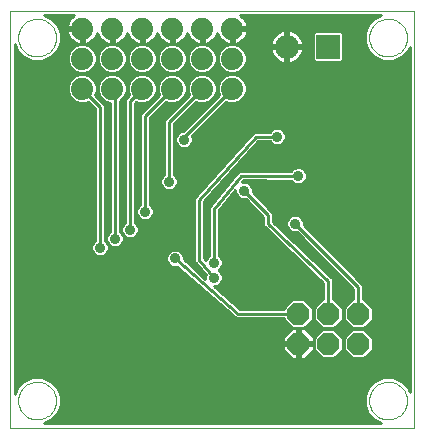
<source format=gbl>
G75*
G70*
%OFA0B0*%
%FSLAX24Y24*%
%IPPOS*%
%LPD*%
%AMOC8*
5,1,8,0,0,1.08239X$1,22.5*
%
%ADD10C,0.0000*%
%ADD11R,0.0800X0.0800*%
%ADD12C,0.0800*%
%ADD13OC8,0.0740*%
%ADD14C,0.0740*%
%ADD15C,0.0100*%
%ADD16C,0.0356*%
D10*
X000567Y000150D02*
X000567Y014046D01*
X014037Y014046D01*
X014037Y000150D01*
X000567Y000150D01*
X000837Y001050D02*
X000839Y001100D01*
X000845Y001150D01*
X000855Y001199D01*
X000869Y001247D01*
X000886Y001294D01*
X000907Y001339D01*
X000932Y001383D01*
X000960Y001424D01*
X000992Y001463D01*
X001026Y001500D01*
X001063Y001534D01*
X001103Y001564D01*
X001145Y001591D01*
X001189Y001615D01*
X001235Y001636D01*
X001282Y001652D01*
X001330Y001665D01*
X001380Y001674D01*
X001429Y001679D01*
X001480Y001680D01*
X001530Y001677D01*
X001579Y001670D01*
X001628Y001659D01*
X001676Y001644D01*
X001722Y001626D01*
X001767Y001604D01*
X001810Y001578D01*
X001851Y001549D01*
X001890Y001517D01*
X001926Y001482D01*
X001958Y001444D01*
X001988Y001404D01*
X002015Y001361D01*
X002038Y001317D01*
X002057Y001271D01*
X002073Y001223D01*
X002085Y001174D01*
X002093Y001125D01*
X002097Y001075D01*
X002097Y001025D01*
X002093Y000975D01*
X002085Y000926D01*
X002073Y000877D01*
X002057Y000829D01*
X002038Y000783D01*
X002015Y000739D01*
X001988Y000696D01*
X001958Y000656D01*
X001926Y000618D01*
X001890Y000583D01*
X001851Y000551D01*
X001810Y000522D01*
X001767Y000496D01*
X001722Y000474D01*
X001676Y000456D01*
X001628Y000441D01*
X001579Y000430D01*
X001530Y000423D01*
X001480Y000420D01*
X001429Y000421D01*
X001380Y000426D01*
X001330Y000435D01*
X001282Y000448D01*
X001235Y000464D01*
X001189Y000485D01*
X001145Y000509D01*
X001103Y000536D01*
X001063Y000566D01*
X001026Y000600D01*
X000992Y000637D01*
X000960Y000676D01*
X000932Y000717D01*
X000907Y000761D01*
X000886Y000806D01*
X000869Y000853D01*
X000855Y000901D01*
X000845Y000950D01*
X000839Y001000D01*
X000837Y001050D01*
X000837Y013150D02*
X000839Y013200D01*
X000845Y013250D01*
X000855Y013299D01*
X000869Y013347D01*
X000886Y013394D01*
X000907Y013439D01*
X000932Y013483D01*
X000960Y013524D01*
X000992Y013563D01*
X001026Y013600D01*
X001063Y013634D01*
X001103Y013664D01*
X001145Y013691D01*
X001189Y013715D01*
X001235Y013736D01*
X001282Y013752D01*
X001330Y013765D01*
X001380Y013774D01*
X001429Y013779D01*
X001480Y013780D01*
X001530Y013777D01*
X001579Y013770D01*
X001628Y013759D01*
X001676Y013744D01*
X001722Y013726D01*
X001767Y013704D01*
X001810Y013678D01*
X001851Y013649D01*
X001890Y013617D01*
X001926Y013582D01*
X001958Y013544D01*
X001988Y013504D01*
X002015Y013461D01*
X002038Y013417D01*
X002057Y013371D01*
X002073Y013323D01*
X002085Y013274D01*
X002093Y013225D01*
X002097Y013175D01*
X002097Y013125D01*
X002093Y013075D01*
X002085Y013026D01*
X002073Y012977D01*
X002057Y012929D01*
X002038Y012883D01*
X002015Y012839D01*
X001988Y012796D01*
X001958Y012756D01*
X001926Y012718D01*
X001890Y012683D01*
X001851Y012651D01*
X001810Y012622D01*
X001767Y012596D01*
X001722Y012574D01*
X001676Y012556D01*
X001628Y012541D01*
X001579Y012530D01*
X001530Y012523D01*
X001480Y012520D01*
X001429Y012521D01*
X001380Y012526D01*
X001330Y012535D01*
X001282Y012548D01*
X001235Y012564D01*
X001189Y012585D01*
X001145Y012609D01*
X001103Y012636D01*
X001063Y012666D01*
X001026Y012700D01*
X000992Y012737D01*
X000960Y012776D01*
X000932Y012817D01*
X000907Y012861D01*
X000886Y012906D01*
X000869Y012953D01*
X000855Y013001D01*
X000845Y013050D01*
X000839Y013100D01*
X000837Y013150D01*
X012537Y013150D02*
X012539Y013200D01*
X012545Y013250D01*
X012555Y013299D01*
X012569Y013347D01*
X012586Y013394D01*
X012607Y013439D01*
X012632Y013483D01*
X012660Y013524D01*
X012692Y013563D01*
X012726Y013600D01*
X012763Y013634D01*
X012803Y013664D01*
X012845Y013691D01*
X012889Y013715D01*
X012935Y013736D01*
X012982Y013752D01*
X013030Y013765D01*
X013080Y013774D01*
X013129Y013779D01*
X013180Y013780D01*
X013230Y013777D01*
X013279Y013770D01*
X013328Y013759D01*
X013376Y013744D01*
X013422Y013726D01*
X013467Y013704D01*
X013510Y013678D01*
X013551Y013649D01*
X013590Y013617D01*
X013626Y013582D01*
X013658Y013544D01*
X013688Y013504D01*
X013715Y013461D01*
X013738Y013417D01*
X013757Y013371D01*
X013773Y013323D01*
X013785Y013274D01*
X013793Y013225D01*
X013797Y013175D01*
X013797Y013125D01*
X013793Y013075D01*
X013785Y013026D01*
X013773Y012977D01*
X013757Y012929D01*
X013738Y012883D01*
X013715Y012839D01*
X013688Y012796D01*
X013658Y012756D01*
X013626Y012718D01*
X013590Y012683D01*
X013551Y012651D01*
X013510Y012622D01*
X013467Y012596D01*
X013422Y012574D01*
X013376Y012556D01*
X013328Y012541D01*
X013279Y012530D01*
X013230Y012523D01*
X013180Y012520D01*
X013129Y012521D01*
X013080Y012526D01*
X013030Y012535D01*
X012982Y012548D01*
X012935Y012564D01*
X012889Y012585D01*
X012845Y012609D01*
X012803Y012636D01*
X012763Y012666D01*
X012726Y012700D01*
X012692Y012737D01*
X012660Y012776D01*
X012632Y012817D01*
X012607Y012861D01*
X012586Y012906D01*
X012569Y012953D01*
X012555Y013001D01*
X012545Y013050D01*
X012539Y013100D01*
X012537Y013150D01*
X012537Y001050D02*
X012539Y001100D01*
X012545Y001150D01*
X012555Y001199D01*
X012569Y001247D01*
X012586Y001294D01*
X012607Y001339D01*
X012632Y001383D01*
X012660Y001424D01*
X012692Y001463D01*
X012726Y001500D01*
X012763Y001534D01*
X012803Y001564D01*
X012845Y001591D01*
X012889Y001615D01*
X012935Y001636D01*
X012982Y001652D01*
X013030Y001665D01*
X013080Y001674D01*
X013129Y001679D01*
X013180Y001680D01*
X013230Y001677D01*
X013279Y001670D01*
X013328Y001659D01*
X013376Y001644D01*
X013422Y001626D01*
X013467Y001604D01*
X013510Y001578D01*
X013551Y001549D01*
X013590Y001517D01*
X013626Y001482D01*
X013658Y001444D01*
X013688Y001404D01*
X013715Y001361D01*
X013738Y001317D01*
X013757Y001271D01*
X013773Y001223D01*
X013785Y001174D01*
X013793Y001125D01*
X013797Y001075D01*
X013797Y001025D01*
X013793Y000975D01*
X013785Y000926D01*
X013773Y000877D01*
X013757Y000829D01*
X013738Y000783D01*
X013715Y000739D01*
X013688Y000696D01*
X013658Y000656D01*
X013626Y000618D01*
X013590Y000583D01*
X013551Y000551D01*
X013510Y000522D01*
X013467Y000496D01*
X013422Y000474D01*
X013376Y000456D01*
X013328Y000441D01*
X013279Y000430D01*
X013230Y000423D01*
X013180Y000420D01*
X013129Y000421D01*
X013080Y000426D01*
X013030Y000435D01*
X012982Y000448D01*
X012935Y000464D01*
X012889Y000485D01*
X012845Y000509D01*
X012803Y000536D01*
X012763Y000566D01*
X012726Y000600D01*
X012692Y000637D01*
X012660Y000676D01*
X012632Y000717D01*
X012607Y000761D01*
X012586Y000806D01*
X012569Y000853D01*
X012555Y000901D01*
X012545Y000950D01*
X012539Y001000D01*
X012537Y001050D01*
D11*
X011167Y012850D03*
D12*
X009789Y012850D03*
D13*
X010167Y003950D03*
X011167Y003950D03*
X012167Y003950D03*
X012167Y002950D03*
X011167Y002950D03*
X010167Y002950D03*
D14*
X007967Y011450D03*
X007967Y012450D03*
X007967Y013450D03*
X006967Y013450D03*
X006967Y012450D03*
X006967Y011450D03*
X005967Y011450D03*
X005967Y012450D03*
X005967Y013450D03*
X004967Y013450D03*
X004967Y012450D03*
X004967Y011450D03*
X003967Y011450D03*
X003967Y012450D03*
X003967Y013450D03*
X002967Y013450D03*
X002967Y012450D03*
X002967Y011450D03*
D15*
X003567Y010850D01*
X003567Y006150D01*
X003834Y006257D02*
X003852Y006257D01*
X003822Y006287D02*
X003903Y006206D01*
X004009Y006162D01*
X004124Y006162D01*
X004230Y006206D01*
X004311Y006287D01*
X004355Y006393D01*
X004355Y006507D01*
X004311Y006613D01*
X004230Y006694D01*
X004227Y006696D01*
X004227Y011038D01*
X004239Y011043D01*
X004374Y011178D01*
X004447Y011355D01*
X004447Y011545D01*
X004374Y011722D01*
X004239Y011857D01*
X004062Y011930D01*
X003871Y011930D01*
X003695Y011857D01*
X003560Y011722D01*
X003487Y011545D01*
X003487Y011355D01*
X003560Y011178D01*
X003695Y011043D01*
X003871Y010970D01*
X003907Y010970D01*
X003907Y006696D01*
X003903Y006694D01*
X003822Y006613D01*
X003779Y006507D01*
X003779Y006393D01*
X003822Y006287D01*
X003811Y006313D02*
X003730Y006394D01*
X003727Y006396D01*
X003727Y010916D01*
X003633Y011010D01*
X003400Y011243D01*
X003447Y011355D01*
X003447Y011545D01*
X003374Y011722D01*
X003239Y011857D01*
X003062Y011930D01*
X002871Y011930D01*
X002695Y011857D01*
X002560Y011722D01*
X002487Y011545D01*
X002487Y011355D01*
X002560Y011178D01*
X002695Y011043D01*
X002871Y010970D01*
X003062Y010970D01*
X003174Y011016D01*
X003407Y010784D01*
X003407Y006396D01*
X003403Y006394D01*
X003322Y006313D01*
X003279Y006207D01*
X003279Y006093D01*
X003322Y005987D01*
X003403Y005906D01*
X003509Y005862D01*
X003624Y005862D01*
X003730Y005906D01*
X003811Y005987D01*
X003855Y006093D01*
X003855Y006207D01*
X003811Y006313D01*
X003794Y006356D02*
X003769Y006356D01*
X003779Y006454D02*
X003727Y006454D01*
X003727Y006553D02*
X003797Y006553D01*
X003860Y006651D02*
X003727Y006651D01*
X003727Y006750D02*
X003907Y006750D01*
X003907Y006848D02*
X003727Y006848D01*
X003727Y006947D02*
X003907Y006947D01*
X003907Y007045D02*
X003727Y007045D01*
X003727Y007144D02*
X003907Y007144D01*
X003907Y007242D02*
X003727Y007242D01*
X003727Y007341D02*
X003907Y007341D01*
X003907Y007439D02*
X003727Y007439D01*
X003727Y007538D02*
X003907Y007538D01*
X003907Y007636D02*
X003727Y007636D01*
X003727Y007735D02*
X003907Y007735D01*
X003907Y007833D02*
X003727Y007833D01*
X003727Y007932D02*
X003907Y007932D01*
X003907Y008030D02*
X003727Y008030D01*
X003727Y008129D02*
X003907Y008129D01*
X003907Y008227D02*
X003727Y008227D01*
X003727Y008326D02*
X003907Y008326D01*
X003907Y008424D02*
X003727Y008424D01*
X003727Y008523D02*
X003907Y008523D01*
X003907Y008621D02*
X003727Y008621D01*
X003727Y008720D02*
X003907Y008720D01*
X003907Y008818D02*
X003727Y008818D01*
X003727Y008917D02*
X003907Y008917D01*
X003907Y009015D02*
X003727Y009015D01*
X003727Y009114D02*
X003907Y009114D01*
X003907Y009212D02*
X003727Y009212D01*
X003727Y009311D02*
X003907Y009311D01*
X003907Y009409D02*
X003727Y009409D01*
X003727Y009508D02*
X003907Y009508D01*
X003907Y009606D02*
X003727Y009606D01*
X003727Y009705D02*
X003907Y009705D01*
X003907Y009803D02*
X003727Y009803D01*
X003727Y009902D02*
X003907Y009902D01*
X003907Y010000D02*
X003727Y010000D01*
X003727Y010099D02*
X003907Y010099D01*
X003907Y010197D02*
X003727Y010197D01*
X003727Y010296D02*
X003907Y010296D01*
X003907Y010394D02*
X003727Y010394D01*
X003727Y010493D02*
X003907Y010493D01*
X003907Y010591D02*
X003727Y010591D01*
X003727Y010690D02*
X003907Y010690D01*
X003907Y010788D02*
X003727Y010788D01*
X003727Y010887D02*
X003907Y010887D01*
X003835Y010985D02*
X003658Y010985D01*
X003654Y011084D02*
X003559Y011084D01*
X003558Y011182D02*
X003461Y011182D01*
X003416Y011281D02*
X003517Y011281D01*
X003487Y011379D02*
X003447Y011379D01*
X003447Y011478D02*
X003487Y011478D01*
X003499Y011576D02*
X003434Y011576D01*
X003393Y011675D02*
X003540Y011675D01*
X003611Y011773D02*
X003322Y011773D01*
X003203Y011872D02*
X003730Y011872D01*
X003871Y011970D02*
X003062Y011970D01*
X003239Y012043D01*
X003374Y012178D01*
X003447Y012355D01*
X003447Y012545D01*
X003374Y012722D01*
X003239Y012857D01*
X003062Y012930D01*
X002871Y012930D01*
X002695Y012857D01*
X002560Y012722D01*
X002487Y012545D01*
X002487Y012355D01*
X002560Y012178D01*
X002695Y012043D01*
X002871Y011970D01*
X000717Y011970D01*
X000717Y011872D02*
X002730Y011872D01*
X002611Y011773D02*
X000717Y011773D01*
X000717Y011675D02*
X002540Y011675D01*
X002499Y011576D02*
X000717Y011576D01*
X000717Y011478D02*
X002487Y011478D01*
X002487Y011379D02*
X000717Y011379D01*
X000717Y011281D02*
X002517Y011281D01*
X002558Y011182D02*
X000717Y011182D01*
X000717Y011084D02*
X002654Y011084D01*
X002835Y010985D02*
X000717Y010985D01*
X000717Y010887D02*
X003304Y010887D01*
X003205Y010985D02*
X003098Y010985D01*
X003402Y010788D02*
X000717Y010788D01*
X000717Y010690D02*
X003407Y010690D01*
X003407Y010591D02*
X000717Y010591D01*
X000717Y010493D02*
X003407Y010493D01*
X003407Y010394D02*
X000717Y010394D01*
X000717Y010296D02*
X003407Y010296D01*
X003407Y010197D02*
X000717Y010197D01*
X000717Y010099D02*
X003407Y010099D01*
X003407Y010000D02*
X000717Y010000D01*
X000717Y009902D02*
X003407Y009902D01*
X003407Y009803D02*
X000717Y009803D01*
X000717Y009705D02*
X003407Y009705D01*
X003407Y009606D02*
X000717Y009606D01*
X000717Y009508D02*
X003407Y009508D01*
X003407Y009409D02*
X000717Y009409D01*
X000717Y009311D02*
X003407Y009311D01*
X003407Y009212D02*
X000717Y009212D01*
X000717Y009114D02*
X003407Y009114D01*
X003407Y009015D02*
X000717Y009015D01*
X000717Y008917D02*
X003407Y008917D01*
X003407Y008818D02*
X000717Y008818D01*
X000717Y008720D02*
X003407Y008720D01*
X003407Y008621D02*
X000717Y008621D01*
X000717Y008523D02*
X003407Y008523D01*
X003407Y008424D02*
X000717Y008424D01*
X000717Y008326D02*
X003407Y008326D01*
X003407Y008227D02*
X000717Y008227D01*
X000717Y008129D02*
X003407Y008129D01*
X003407Y008030D02*
X000717Y008030D01*
X000717Y007932D02*
X003407Y007932D01*
X003407Y007833D02*
X000717Y007833D01*
X000717Y007735D02*
X003407Y007735D01*
X003407Y007636D02*
X000717Y007636D01*
X000717Y007538D02*
X003407Y007538D01*
X003407Y007439D02*
X000717Y007439D01*
X000717Y007341D02*
X003407Y007341D01*
X003407Y007242D02*
X000717Y007242D01*
X000717Y007144D02*
X003407Y007144D01*
X003407Y007045D02*
X000717Y007045D01*
X000717Y006947D02*
X003407Y006947D01*
X003407Y006848D02*
X000717Y006848D01*
X000717Y006750D02*
X003407Y006750D01*
X003407Y006651D02*
X000717Y006651D01*
X000717Y006553D02*
X003407Y006553D01*
X003407Y006454D02*
X000717Y006454D01*
X000717Y006356D02*
X003365Y006356D01*
X003299Y006257D02*
X000717Y006257D01*
X000717Y006159D02*
X003279Y006159D01*
X003292Y006060D02*
X000717Y006060D01*
X000717Y005962D02*
X003348Y005962D01*
X003507Y005863D02*
X000717Y005863D01*
X000717Y005765D02*
X005779Y005765D01*
X005779Y005735D02*
X005822Y005629D01*
X005903Y005548D01*
X006009Y005504D01*
X006124Y005504D01*
X006143Y005512D01*
X008057Y003833D01*
X008100Y003790D01*
X008106Y003790D01*
X008111Y003786D01*
X008172Y003790D01*
X009687Y003790D01*
X009687Y003751D01*
X009968Y003470D01*
X010365Y003470D01*
X010647Y003751D01*
X010647Y004149D01*
X010365Y004430D01*
X009968Y004430D01*
X009687Y004149D01*
X009687Y004110D01*
X008227Y004110D01*
X007370Y004862D01*
X007424Y004862D01*
X007530Y004906D01*
X007611Y004987D01*
X007655Y005093D01*
X007655Y005207D01*
X007611Y005313D01*
X007530Y005394D01*
X007516Y005400D01*
X007530Y005406D01*
X007611Y005487D01*
X007655Y005593D01*
X007655Y005707D01*
X007611Y005813D01*
X007530Y005894D01*
X007527Y005896D01*
X007527Y007393D01*
X008079Y008067D01*
X008079Y007993D01*
X008122Y007887D01*
X008203Y007806D01*
X008309Y007762D01*
X008424Y007762D01*
X008427Y007763D01*
X009007Y007184D01*
X009007Y007014D01*
X009005Y007012D01*
X009007Y006948D01*
X009007Y006884D01*
X009008Y006882D01*
X009008Y006880D01*
X009055Y006835D01*
X009100Y006790D01*
X009103Y006790D01*
X011007Y004981D01*
X011007Y004430D01*
X010968Y004430D01*
X010687Y004149D01*
X010687Y003751D01*
X010968Y003470D01*
X011365Y003470D01*
X011647Y003751D01*
X011647Y004149D01*
X011365Y004430D01*
X011327Y004430D01*
X011327Y004986D01*
X011328Y004988D01*
X011327Y005052D01*
X011327Y005116D01*
X011325Y005118D01*
X011325Y005120D01*
X011278Y005165D01*
X011233Y005210D01*
X011231Y005210D01*
X009327Y007019D01*
X009327Y007316D01*
X009233Y007410D01*
X008653Y007989D01*
X008655Y007993D01*
X008655Y008107D01*
X008611Y008213D01*
X008530Y008294D01*
X008424Y008338D01*
X008309Y008338D01*
X008295Y008332D01*
X008342Y008390D01*
X009921Y008383D01*
X009922Y008379D01*
X010003Y008298D01*
X010109Y008254D01*
X010224Y008254D01*
X010330Y008298D01*
X010411Y008379D01*
X010455Y008484D01*
X010455Y008599D01*
X010411Y008705D01*
X010330Y008786D01*
X010224Y008830D01*
X010109Y008830D01*
X010003Y008786D01*
X009922Y008705D01*
X009922Y008703D01*
X008324Y008710D01*
X008317Y008716D01*
X008259Y008710D01*
X008201Y008710D01*
X008194Y008704D01*
X008185Y008703D01*
X008148Y008658D01*
X008107Y008617D01*
X008107Y008607D01*
X007248Y007557D01*
X007207Y007516D01*
X007207Y007507D01*
X007201Y007500D01*
X007207Y007442D01*
X007207Y005896D01*
X007203Y005894D01*
X007122Y005813D01*
X007089Y005733D01*
X007027Y005808D01*
X007027Y007688D01*
X008838Y009690D01*
X009221Y009690D01*
X009222Y009687D01*
X009303Y009606D01*
X008762Y009606D01*
X008673Y009508D02*
X013887Y009508D01*
X013887Y009606D02*
X009630Y009606D01*
X009711Y009687D01*
X009755Y009793D01*
X009755Y009907D01*
X009711Y010013D01*
X009630Y010094D01*
X009524Y010138D01*
X009409Y010138D01*
X009303Y010094D01*
X009222Y010013D01*
X009221Y010010D01*
X008828Y010010D01*
X008825Y010013D01*
X008763Y010010D01*
X008700Y010010D01*
X008697Y010007D01*
X008692Y010006D01*
X008651Y009960D01*
X008607Y009916D01*
X008607Y009912D01*
X006751Y007860D01*
X006707Y007816D01*
X006707Y007812D01*
X006704Y007808D01*
X006707Y007746D01*
X006707Y005757D01*
X006701Y005698D01*
X006707Y005692D01*
X006707Y005684D01*
X006748Y005642D01*
X007089Y005233D01*
X007079Y005207D01*
X007079Y005118D01*
X006355Y005753D01*
X006355Y005850D01*
X006311Y005956D01*
X006230Y006037D01*
X006124Y006081D01*
X006009Y006081D01*
X005903Y006037D01*
X005822Y005956D01*
X005779Y005850D01*
X005779Y005735D01*
X005807Y005666D02*
X000717Y005666D01*
X000717Y005568D02*
X005884Y005568D01*
X006067Y005793D02*
X008167Y003950D01*
X010167Y003950D01*
X010508Y004287D02*
X010825Y004287D01*
X010923Y004386D02*
X010410Y004386D01*
X010607Y004189D02*
X010726Y004189D01*
X010687Y004090D02*
X010647Y004090D01*
X010647Y003992D02*
X010687Y003992D01*
X010687Y003893D02*
X010647Y003893D01*
X010647Y003795D02*
X010687Y003795D01*
X010742Y003696D02*
X010591Y003696D01*
X010493Y003598D02*
X010840Y003598D01*
X010939Y003499D02*
X010394Y003499D01*
X010382Y003470D02*
X010217Y003470D01*
X010217Y003000D01*
X010687Y003000D01*
X010687Y003165D01*
X010382Y003470D01*
X010452Y003401D02*
X010938Y003401D01*
X010968Y003430D02*
X010687Y003149D01*
X010687Y002751D01*
X010968Y002470D01*
X011365Y002470D01*
X011647Y002751D01*
X011647Y003149D01*
X011365Y003430D01*
X010968Y003430D01*
X010840Y003302D02*
X010550Y003302D01*
X010649Y003204D02*
X010741Y003204D01*
X010687Y003105D02*
X010687Y003105D01*
X010687Y003007D02*
X010687Y003007D01*
X010687Y002908D02*
X010217Y002908D01*
X010217Y002900D02*
X010217Y003000D01*
X010117Y003000D01*
X010117Y003470D01*
X009951Y003470D01*
X009647Y003165D01*
X009647Y003000D01*
X010117Y003000D01*
X010117Y002900D01*
X010217Y002900D01*
X010687Y002900D01*
X010687Y002735D01*
X010382Y002430D01*
X010217Y002430D01*
X010217Y002900D01*
X010217Y002810D02*
X010117Y002810D01*
X010117Y002900D02*
X010117Y002430D01*
X009951Y002430D01*
X009647Y002735D01*
X009647Y002900D01*
X010117Y002900D01*
X010117Y002908D02*
X000717Y002908D01*
X000717Y002810D02*
X009647Y002810D01*
X009670Y002711D02*
X000717Y002711D01*
X000717Y002613D02*
X009769Y002613D01*
X009867Y002514D02*
X000717Y002514D01*
X000717Y002416D02*
X013887Y002416D01*
X013887Y002514D02*
X012409Y002514D01*
X012365Y002470D02*
X012647Y002751D01*
X012647Y003149D01*
X012365Y003430D01*
X011968Y003430D01*
X011687Y003149D01*
X011687Y002751D01*
X011968Y002470D01*
X012365Y002470D01*
X012508Y002613D02*
X013887Y002613D01*
X013887Y002711D02*
X012606Y002711D01*
X012647Y002810D02*
X013887Y002810D01*
X013887Y002908D02*
X012647Y002908D01*
X012647Y003007D02*
X013887Y003007D01*
X013887Y003105D02*
X012647Y003105D01*
X012592Y003204D02*
X013887Y003204D01*
X013887Y003302D02*
X012493Y003302D01*
X012395Y003401D02*
X013887Y003401D01*
X013887Y003499D02*
X012394Y003499D01*
X012365Y003470D02*
X012647Y003751D01*
X012647Y004149D01*
X012365Y004430D01*
X012327Y004430D01*
X012327Y004916D01*
X010353Y006889D01*
X010355Y006893D01*
X010355Y007007D01*
X010311Y007113D01*
X010230Y007194D01*
X010124Y007238D01*
X010009Y007238D01*
X009903Y007194D01*
X009822Y007113D01*
X009779Y007007D01*
X009779Y006893D01*
X009822Y006787D01*
X009903Y006706D01*
X010009Y006662D01*
X010124Y006662D01*
X010127Y006663D01*
X012007Y004784D01*
X012007Y004430D01*
X011968Y004430D01*
X011687Y004149D01*
X011687Y003751D01*
X011968Y003470D01*
X012365Y003470D01*
X012493Y003598D02*
X013887Y003598D01*
X013887Y003696D02*
X012591Y003696D01*
X012647Y003795D02*
X013887Y003795D01*
X013887Y003893D02*
X012647Y003893D01*
X012647Y003992D02*
X013887Y003992D01*
X013887Y004090D02*
X012647Y004090D01*
X012607Y004189D02*
X013887Y004189D01*
X013887Y004287D02*
X012508Y004287D01*
X012410Y004386D02*
X013887Y004386D01*
X013887Y004484D02*
X012327Y004484D01*
X012327Y004583D02*
X013887Y004583D01*
X013887Y004681D02*
X012327Y004681D01*
X012327Y004780D02*
X013887Y004780D01*
X013887Y004878D02*
X012327Y004878D01*
X012266Y004977D02*
X013887Y004977D01*
X013887Y005075D02*
X012168Y005075D01*
X012069Y005174D02*
X013887Y005174D01*
X013887Y005272D02*
X011971Y005272D01*
X011872Y005371D02*
X013887Y005371D01*
X013887Y005469D02*
X011774Y005469D01*
X011675Y005568D02*
X013887Y005568D01*
X013887Y005666D02*
X011577Y005666D01*
X011478Y005765D02*
X013887Y005765D01*
X013887Y005863D02*
X011380Y005863D01*
X011281Y005962D02*
X013887Y005962D01*
X013887Y006060D02*
X011183Y006060D01*
X011084Y006159D02*
X013887Y006159D01*
X013887Y006257D02*
X010986Y006257D01*
X010887Y006356D02*
X013887Y006356D01*
X013887Y006454D02*
X010789Y006454D01*
X010690Y006553D02*
X013887Y006553D01*
X013887Y006651D02*
X010592Y006651D01*
X010493Y006750D02*
X013887Y006750D01*
X013887Y006848D02*
X010395Y006848D01*
X010355Y006947D02*
X013887Y006947D01*
X013887Y007045D02*
X010339Y007045D01*
X010281Y007144D02*
X013887Y007144D01*
X013887Y007242D02*
X009327Y007242D01*
X009327Y007144D02*
X009853Y007144D01*
X009794Y007045D02*
X009327Y007045D01*
X009403Y006947D02*
X009779Y006947D01*
X009797Y006848D02*
X009506Y006848D01*
X009610Y006750D02*
X009860Y006750D01*
X009714Y006651D02*
X010139Y006651D01*
X010238Y006553D02*
X009817Y006553D01*
X009921Y006454D02*
X010336Y006454D01*
X010435Y006356D02*
X010025Y006356D01*
X010128Y006257D02*
X010533Y006257D01*
X010632Y006159D02*
X010232Y006159D01*
X010336Y006060D02*
X010730Y006060D01*
X010829Y005962D02*
X010439Y005962D01*
X010543Y005863D02*
X010927Y005863D01*
X011026Y005765D02*
X010647Y005765D01*
X010751Y005666D02*
X011124Y005666D01*
X011223Y005568D02*
X010854Y005568D01*
X010958Y005469D02*
X011321Y005469D01*
X011420Y005371D02*
X011062Y005371D01*
X011165Y005272D02*
X011518Y005272D01*
X011617Y005174D02*
X011269Y005174D01*
X011327Y005075D02*
X011715Y005075D01*
X011814Y004977D02*
X011327Y004977D01*
X011327Y004878D02*
X011912Y004878D01*
X012007Y004780D02*
X011327Y004780D01*
X011327Y004681D02*
X012007Y004681D01*
X012007Y004583D02*
X011327Y004583D01*
X011327Y004484D02*
X012007Y004484D01*
X011923Y004386D02*
X011410Y004386D01*
X011508Y004287D02*
X011825Y004287D01*
X011726Y004189D02*
X011607Y004189D01*
X011647Y004090D02*
X011687Y004090D01*
X011687Y003992D02*
X011647Y003992D01*
X011647Y003893D02*
X011687Y003893D01*
X011687Y003795D02*
X011647Y003795D01*
X011591Y003696D02*
X011742Y003696D01*
X011840Y003598D02*
X011493Y003598D01*
X011394Y003499D02*
X011939Y003499D01*
X011938Y003401D02*
X011395Y003401D01*
X011493Y003302D02*
X011840Y003302D01*
X011741Y003204D02*
X011592Y003204D01*
X011647Y003105D02*
X011687Y003105D01*
X011687Y003007D02*
X011647Y003007D01*
X011647Y002908D02*
X011687Y002908D01*
X011687Y002810D02*
X011647Y002810D01*
X011606Y002711D02*
X011727Y002711D01*
X011825Y002613D02*
X011508Y002613D01*
X011409Y002514D02*
X011924Y002514D01*
X012725Y001711D02*
X012505Y001492D01*
X012387Y001205D01*
X012387Y000895D01*
X012505Y000608D01*
X012725Y000389D01*
X012939Y000300D01*
X001694Y000300D01*
X001908Y000389D01*
X002128Y000608D01*
X002247Y000895D01*
X002247Y001205D01*
X002128Y001492D01*
X001908Y001711D01*
X001622Y001830D01*
X001312Y001830D01*
X001025Y001711D01*
X000805Y001492D01*
X000717Y001277D01*
X000717Y012923D01*
X000805Y012708D01*
X001025Y012489D01*
X001312Y012370D01*
X001622Y012370D01*
X001908Y012489D01*
X002128Y012708D01*
X002247Y012995D01*
X002247Y013305D01*
X002128Y013592D01*
X001908Y013811D01*
X001704Y013896D01*
X002697Y013896D01*
X002694Y013895D01*
X002628Y013847D01*
X002570Y013789D01*
X002522Y013723D01*
X002485Y013650D01*
X002459Y013572D01*
X002448Y013500D01*
X002917Y013500D01*
X002917Y013400D01*
X003017Y013400D01*
X003017Y012931D01*
X003088Y012943D01*
X003166Y012968D01*
X003239Y013005D01*
X003305Y013053D01*
X003363Y013111D01*
X003411Y013177D01*
X003449Y013250D01*
X003467Y013306D01*
X003485Y013250D01*
X003522Y013177D01*
X003570Y013111D01*
X003628Y013053D01*
X003694Y013005D01*
X003767Y012968D01*
X003845Y012943D01*
X003917Y012931D01*
X003917Y013400D01*
X004017Y013400D01*
X004017Y012931D01*
X004088Y012943D01*
X004166Y012968D01*
X004239Y013005D01*
X004305Y013053D01*
X004363Y013111D01*
X004411Y013177D01*
X004449Y013250D01*
X004467Y013306D01*
X004485Y013250D01*
X004522Y013177D01*
X004570Y013111D01*
X004628Y013053D01*
X004694Y013005D01*
X004767Y012968D01*
X004845Y012943D01*
X004917Y012931D01*
X004917Y013400D01*
X005017Y013400D01*
X005017Y012931D01*
X005088Y012943D01*
X005166Y012968D01*
X005239Y013005D01*
X005305Y013053D01*
X005363Y013111D01*
X005411Y013177D01*
X005449Y013250D01*
X005467Y013306D01*
X005485Y013250D01*
X005522Y013177D01*
X005570Y013111D01*
X005628Y013053D01*
X005694Y013005D01*
X005767Y012968D01*
X005845Y012943D01*
X005917Y012931D01*
X005917Y013400D01*
X006017Y013400D01*
X006017Y012931D01*
X006088Y012943D01*
X006166Y012968D01*
X006239Y013005D01*
X006305Y013053D01*
X006363Y013111D01*
X006411Y013177D01*
X006449Y013250D01*
X006467Y013306D01*
X006485Y013250D01*
X006522Y013177D01*
X006570Y013111D01*
X006628Y013053D01*
X006694Y013005D01*
X006767Y012968D01*
X006845Y012943D01*
X006917Y012931D01*
X006917Y013400D01*
X007017Y013400D01*
X007017Y012931D01*
X007088Y012943D01*
X007166Y012968D01*
X007239Y013005D01*
X007305Y013053D01*
X007363Y013111D01*
X007411Y013177D01*
X007449Y013250D01*
X007467Y013306D01*
X007485Y013250D01*
X007522Y013177D01*
X007570Y013111D01*
X007628Y013053D01*
X007694Y013005D01*
X007767Y012968D01*
X007845Y012943D01*
X007917Y012931D01*
X007917Y013400D01*
X008017Y013400D01*
X008017Y013500D01*
X008485Y013500D01*
X008474Y013572D01*
X008449Y013650D01*
X008411Y013723D01*
X008363Y013789D01*
X008305Y013847D01*
X008239Y013895D01*
X008237Y013896D01*
X012930Y013896D01*
X012725Y013811D01*
X012505Y013592D01*
X012387Y013305D01*
X012387Y012995D01*
X012505Y012708D01*
X012725Y012489D01*
X013012Y012370D01*
X013322Y012370D01*
X013608Y012489D01*
X013828Y012708D01*
X013887Y012850D01*
X013887Y001350D01*
X013828Y001492D01*
X013608Y001711D01*
X013322Y001830D01*
X013012Y001830D01*
X012725Y001711D01*
X012761Y001726D02*
X001873Y001726D01*
X001992Y001628D02*
X012641Y001628D01*
X012543Y001529D02*
X002091Y001529D01*
X002153Y001431D02*
X012480Y001431D01*
X012439Y001332D02*
X002194Y001332D01*
X002235Y001234D02*
X012398Y001234D01*
X012387Y001135D02*
X002247Y001135D01*
X002247Y001037D02*
X012387Y001037D01*
X012387Y000938D02*
X002247Y000938D01*
X002224Y000840D02*
X012410Y000840D01*
X012450Y000741D02*
X002183Y000741D01*
X002142Y000643D02*
X012491Y000643D01*
X012570Y000544D02*
X002064Y000544D01*
X001965Y000446D02*
X012668Y000446D01*
X012826Y000347D02*
X001808Y000347D01*
X000739Y001332D02*
X000717Y001332D01*
X000717Y001431D02*
X000780Y001431D01*
X000717Y001529D02*
X000843Y001529D01*
X000941Y001628D02*
X000717Y001628D01*
X000717Y001726D02*
X001061Y001726D01*
X001298Y001825D02*
X000717Y001825D01*
X000717Y001923D02*
X013887Y001923D01*
X013887Y001825D02*
X013335Y001825D01*
X013573Y001726D02*
X013887Y001726D01*
X013887Y001628D02*
X013692Y001628D01*
X013791Y001529D02*
X013887Y001529D01*
X013887Y001431D02*
X013853Y001431D01*
X013887Y002022D02*
X000717Y002022D01*
X000717Y002120D02*
X013887Y002120D01*
X013887Y002219D02*
X000717Y002219D01*
X000717Y002317D02*
X013887Y002317D01*
X012998Y001825D02*
X001635Y001825D01*
X000717Y003007D02*
X009647Y003007D01*
X009647Y003105D02*
X000717Y003105D01*
X000717Y003204D02*
X009685Y003204D01*
X009783Y003302D02*
X000717Y003302D01*
X000717Y003401D02*
X009882Y003401D01*
X009939Y003499D02*
X000717Y003499D01*
X000717Y003598D02*
X009840Y003598D01*
X009742Y003696D02*
X000717Y003696D01*
X000717Y003795D02*
X008096Y003795D01*
X007989Y003893D02*
X000717Y003893D01*
X000717Y003992D02*
X007877Y003992D01*
X007764Y004090D02*
X000717Y004090D01*
X000717Y004189D02*
X007652Y004189D01*
X007540Y004287D02*
X000717Y004287D01*
X000717Y004386D02*
X007428Y004386D01*
X007315Y004484D02*
X000717Y004484D01*
X000717Y004583D02*
X007203Y004583D01*
X007091Y004681D02*
X000717Y004681D01*
X000717Y004780D02*
X006979Y004780D01*
X006866Y004878D02*
X000717Y004878D01*
X000717Y004977D02*
X006754Y004977D01*
X006642Y005075D02*
X000717Y005075D01*
X000717Y005174D02*
X006530Y005174D01*
X006417Y005272D02*
X000717Y005272D01*
X000717Y005371D02*
X006305Y005371D01*
X006193Y005469D02*
X000717Y005469D01*
X003627Y005863D02*
X005784Y005863D01*
X005828Y005962D02*
X003786Y005962D01*
X003841Y006060D02*
X005960Y006060D01*
X006174Y006060D02*
X006707Y006060D01*
X006707Y005962D02*
X006305Y005962D01*
X006349Y005863D02*
X006707Y005863D01*
X006707Y005765D02*
X006355Y005765D01*
X006453Y005666D02*
X006724Y005666D01*
X006810Y005568D02*
X006566Y005568D01*
X006678Y005469D02*
X006893Y005469D01*
X006975Y005371D02*
X006790Y005371D01*
X006903Y005272D02*
X007057Y005272D01*
X007079Y005174D02*
X007015Y005174D01*
X007367Y005150D02*
X006867Y005750D01*
X006867Y007750D01*
X008767Y009850D01*
X009467Y009850D01*
X009524Y009562D02*
X009630Y009606D01*
X009524Y009562D02*
X009409Y009562D01*
X009303Y009606D01*
X009718Y009705D02*
X013887Y009705D01*
X013887Y009803D02*
X009755Y009803D01*
X009755Y009902D02*
X013887Y009902D01*
X013887Y010000D02*
X009716Y010000D01*
X009620Y010099D02*
X013887Y010099D01*
X013887Y010197D02*
X006940Y010197D01*
X007038Y010296D02*
X013887Y010296D01*
X013887Y010394D02*
X007137Y010394D01*
X007235Y010493D02*
X013887Y010493D01*
X013887Y010591D02*
X007334Y010591D01*
X007432Y010690D02*
X013887Y010690D01*
X013887Y010788D02*
X007531Y010788D01*
X007629Y010887D02*
X013887Y010887D01*
X013887Y010985D02*
X008098Y010985D01*
X008062Y010970D02*
X008239Y011043D01*
X008374Y011178D01*
X008447Y011355D01*
X008447Y011545D01*
X008374Y011722D01*
X008239Y011857D01*
X008062Y011930D01*
X007871Y011930D01*
X007695Y011857D01*
X007560Y011722D01*
X007487Y011545D01*
X007487Y011355D01*
X007533Y011243D01*
X006329Y010038D01*
X006309Y010038D01*
X006203Y009994D01*
X006122Y009913D01*
X006079Y009807D01*
X006079Y009693D01*
X006122Y009587D01*
X006203Y009506D01*
X006309Y009462D01*
X006424Y009462D01*
X006530Y009506D01*
X006611Y009587D01*
X006655Y009693D01*
X006655Y009807D01*
X006624Y009881D01*
X007759Y011016D01*
X007871Y010970D01*
X008062Y010970D01*
X007835Y010985D02*
X007728Y010985D01*
X007472Y011182D02*
X007375Y011182D01*
X007374Y011178D02*
X007447Y011355D01*
X007447Y011545D01*
X007374Y011722D01*
X007239Y011857D01*
X007062Y011930D01*
X006871Y011930D01*
X006695Y011857D01*
X006560Y011722D01*
X006487Y011545D01*
X006487Y011355D01*
X006533Y011243D01*
X005707Y010416D01*
X005707Y008596D01*
X005703Y008594D01*
X005622Y008513D01*
X005579Y008407D01*
X005579Y008293D01*
X005622Y008187D01*
X005703Y008106D01*
X005809Y008062D01*
X005924Y008062D01*
X006030Y008106D01*
X006111Y008187D01*
X006155Y008293D01*
X006155Y008407D01*
X006111Y008513D01*
X006030Y008594D01*
X006027Y008596D01*
X006027Y010284D01*
X006759Y011016D01*
X006871Y010970D01*
X007062Y010970D01*
X007239Y011043D01*
X007374Y011178D01*
X007374Y011084D02*
X007279Y011084D01*
X007275Y010985D02*
X007098Y010985D01*
X007177Y010887D02*
X006629Y010887D01*
X006728Y010985D02*
X006835Y010985D01*
X007078Y010788D02*
X006531Y010788D01*
X006432Y010690D02*
X006980Y010690D01*
X006881Y010591D02*
X006334Y010591D01*
X006235Y010493D02*
X006783Y010493D01*
X006684Y010394D02*
X006137Y010394D01*
X006038Y010296D02*
X006586Y010296D01*
X006487Y010197D02*
X006027Y010197D01*
X006027Y010099D02*
X006389Y010099D01*
X006217Y010000D02*
X006027Y010000D01*
X006027Y009902D02*
X006118Y009902D01*
X006079Y009803D02*
X006027Y009803D01*
X006027Y009705D02*
X006079Y009705D01*
X006114Y009606D02*
X006027Y009606D01*
X006027Y009508D02*
X006202Y009508D01*
X006027Y009409D02*
X008152Y009409D01*
X008241Y009508D02*
X006532Y009508D01*
X006619Y009606D02*
X008330Y009606D01*
X008419Y009705D02*
X006655Y009705D01*
X006655Y009803D02*
X008508Y009803D01*
X008598Y009902D02*
X006644Y009902D01*
X006743Y010000D02*
X008687Y010000D01*
X008583Y009409D02*
X013887Y009409D01*
X013887Y009311D02*
X008494Y009311D01*
X008405Y009212D02*
X013887Y009212D01*
X013887Y009114D02*
X008316Y009114D01*
X008227Y009015D02*
X013887Y009015D01*
X013887Y008917D02*
X008138Y008917D01*
X008049Y008818D02*
X010081Y008818D01*
X009937Y008720D02*
X007960Y008720D01*
X007870Y008621D02*
X008111Y008621D01*
X008037Y008523D02*
X007781Y008523D01*
X007692Y008424D02*
X007957Y008424D01*
X007876Y008326D02*
X007603Y008326D01*
X007514Y008227D02*
X007796Y008227D01*
X007715Y008129D02*
X007425Y008129D01*
X007336Y008030D02*
X007634Y008030D01*
X007554Y007932D02*
X007247Y007932D01*
X007158Y007833D02*
X007473Y007833D01*
X007393Y007735D02*
X007068Y007735D01*
X007027Y007636D02*
X007312Y007636D01*
X007228Y007538D02*
X007027Y007538D01*
X007027Y007439D02*
X007207Y007439D01*
X007207Y007341D02*
X007027Y007341D01*
X007027Y007242D02*
X007207Y007242D01*
X007207Y007144D02*
X007027Y007144D01*
X007027Y007045D02*
X007207Y007045D01*
X007207Y006947D02*
X007027Y006947D01*
X007027Y006848D02*
X007207Y006848D01*
X007207Y006750D02*
X007027Y006750D01*
X007027Y006651D02*
X007207Y006651D01*
X007207Y006553D02*
X007027Y006553D01*
X007027Y006454D02*
X007207Y006454D01*
X007207Y006356D02*
X007027Y006356D01*
X007027Y006257D02*
X007207Y006257D01*
X007207Y006159D02*
X007027Y006159D01*
X007027Y006060D02*
X007207Y006060D01*
X007207Y005962D02*
X007027Y005962D01*
X007027Y005863D02*
X007172Y005863D01*
X007102Y005765D02*
X007063Y005765D01*
X007367Y005650D02*
X007367Y007450D01*
X008267Y008550D01*
X010167Y008542D01*
X010430Y008424D02*
X013887Y008424D01*
X013887Y008326D02*
X010358Y008326D01*
X010455Y008523D02*
X013887Y008523D01*
X013887Y008621D02*
X010446Y008621D01*
X010396Y008720D02*
X013887Y008720D01*
X013887Y008818D02*
X010253Y008818D01*
X009975Y008326D02*
X008454Y008326D01*
X008597Y008227D02*
X013887Y008227D01*
X013887Y008129D02*
X008646Y008129D01*
X008655Y008030D02*
X013887Y008030D01*
X013887Y007932D02*
X008711Y007932D01*
X008810Y007833D02*
X013887Y007833D01*
X013887Y007735D02*
X008908Y007735D01*
X009007Y007636D02*
X013887Y007636D01*
X013887Y007538D02*
X009105Y007538D01*
X009204Y007439D02*
X013887Y007439D01*
X013887Y007341D02*
X009302Y007341D01*
X009167Y007250D02*
X009167Y006950D01*
X011167Y005050D01*
X011167Y003950D01*
X011007Y004484D02*
X007801Y004484D01*
X007913Y004386D02*
X009923Y004386D01*
X009825Y004287D02*
X008025Y004287D01*
X008137Y004189D02*
X009726Y004189D01*
X010117Y003401D02*
X010217Y003401D01*
X010217Y003302D02*
X010117Y003302D01*
X010117Y003204D02*
X010217Y003204D01*
X010217Y003105D02*
X010117Y003105D01*
X010117Y003007D02*
X010217Y003007D01*
X010217Y002711D02*
X010117Y002711D01*
X010117Y002613D02*
X010217Y002613D01*
X010217Y002514D02*
X010117Y002514D01*
X010466Y002514D02*
X010924Y002514D01*
X010825Y002613D02*
X010565Y002613D01*
X010663Y002711D02*
X010727Y002711D01*
X010687Y002810D02*
X010687Y002810D01*
X012167Y003950D02*
X012167Y004850D01*
X010067Y006950D01*
X009560Y006356D02*
X007527Y006356D01*
X007527Y006454D02*
X009456Y006454D01*
X009353Y006553D02*
X007527Y006553D01*
X007527Y006651D02*
X009249Y006651D01*
X009145Y006750D02*
X007527Y006750D01*
X007527Y006848D02*
X009042Y006848D01*
X009007Y006947D02*
X007527Y006947D01*
X007527Y007045D02*
X009007Y007045D01*
X009007Y007144D02*
X007527Y007144D01*
X007527Y007242D02*
X008948Y007242D01*
X008850Y007341D02*
X007527Y007341D01*
X007564Y007439D02*
X008751Y007439D01*
X008653Y007538D02*
X007645Y007538D01*
X007726Y007636D02*
X008554Y007636D01*
X008456Y007735D02*
X007806Y007735D01*
X007887Y007833D02*
X008176Y007833D01*
X008104Y007932D02*
X007967Y007932D01*
X008048Y008030D02*
X008079Y008030D01*
X008367Y008050D02*
X009167Y007250D01*
X009664Y006257D02*
X007527Y006257D01*
X007527Y006159D02*
X009768Y006159D01*
X009871Y006060D02*
X007527Y006060D01*
X007527Y005962D02*
X009975Y005962D01*
X010079Y005863D02*
X007561Y005863D01*
X007631Y005765D02*
X010182Y005765D01*
X010286Y005666D02*
X007655Y005666D01*
X007644Y005568D02*
X010390Y005568D01*
X010493Y005469D02*
X007593Y005469D01*
X007554Y005371D02*
X010597Y005371D01*
X010701Y005272D02*
X007628Y005272D01*
X007655Y005174D02*
X010804Y005174D01*
X010908Y005075D02*
X007647Y005075D01*
X007601Y004977D02*
X011007Y004977D01*
X011007Y004878D02*
X007463Y004878D01*
X007464Y004780D02*
X011007Y004780D01*
X011007Y004681D02*
X007576Y004681D01*
X007688Y004583D02*
X011007Y004583D01*
X007261Y008424D02*
X006148Y008424D01*
X006155Y008326D02*
X007172Y008326D01*
X007082Y008227D02*
X006128Y008227D01*
X006053Y008129D02*
X006993Y008129D01*
X006904Y008030D02*
X005227Y008030D01*
X005227Y007932D02*
X006815Y007932D01*
X006723Y007833D02*
X005227Y007833D01*
X005227Y007735D02*
X006707Y007735D01*
X006707Y007636D02*
X005227Y007636D01*
X005227Y007596D02*
X005227Y010484D01*
X005759Y011016D01*
X005871Y010970D01*
X006062Y010970D01*
X006239Y011043D01*
X006374Y011178D01*
X006447Y011355D01*
X006447Y011545D01*
X006374Y011722D01*
X006239Y011857D01*
X006062Y011930D01*
X005871Y011930D01*
X005695Y011857D01*
X005560Y011722D01*
X005487Y011545D01*
X005487Y011355D01*
X005533Y011243D01*
X004907Y010616D01*
X004907Y007596D01*
X004903Y007594D01*
X004822Y007513D01*
X004779Y007407D01*
X004779Y007293D01*
X004822Y007187D01*
X004903Y007106D01*
X005009Y007062D01*
X005124Y007062D01*
X005230Y007106D01*
X005311Y007187D01*
X005355Y007293D01*
X005355Y007407D01*
X005311Y007513D01*
X005230Y007594D01*
X005227Y007596D01*
X005287Y007538D02*
X006707Y007538D01*
X006707Y007439D02*
X005342Y007439D01*
X005355Y007341D02*
X006707Y007341D01*
X006707Y007242D02*
X005334Y007242D01*
X005268Y007144D02*
X006707Y007144D01*
X006707Y007045D02*
X004727Y007045D01*
X004727Y006996D02*
X004727Y010984D01*
X004759Y011016D01*
X004871Y010970D01*
X005062Y010970D01*
X005239Y011043D01*
X005374Y011178D01*
X005447Y011355D01*
X005447Y011545D01*
X005374Y011722D01*
X005239Y011857D01*
X005062Y011930D01*
X004871Y011930D01*
X004695Y011857D01*
X004560Y011722D01*
X004487Y011545D01*
X004487Y011355D01*
X004533Y011243D01*
X004500Y011210D01*
X004407Y011116D01*
X004407Y006996D01*
X004403Y006994D01*
X004322Y006913D01*
X004279Y006807D01*
X004279Y006693D01*
X004322Y006587D01*
X004403Y006506D01*
X004509Y006462D01*
X004624Y006462D01*
X004730Y006506D01*
X004811Y006587D01*
X004855Y006693D01*
X004855Y006807D01*
X004811Y006913D01*
X004730Y006994D01*
X004727Y006996D01*
X004778Y006947D02*
X006707Y006947D01*
X006707Y006848D02*
X004838Y006848D01*
X004855Y006750D02*
X006707Y006750D01*
X006707Y006651D02*
X004838Y006651D01*
X004777Y006553D02*
X006707Y006553D01*
X006707Y006454D02*
X004355Y006454D01*
X004357Y006553D02*
X004336Y006553D01*
X004296Y006651D02*
X004273Y006651D01*
X004279Y006750D02*
X004227Y006750D01*
X004227Y006848D02*
X004295Y006848D01*
X004356Y006947D02*
X004227Y006947D01*
X004227Y007045D02*
X004407Y007045D01*
X004407Y007144D02*
X004227Y007144D01*
X004227Y007242D02*
X004407Y007242D01*
X004407Y007341D02*
X004227Y007341D01*
X004227Y007439D02*
X004407Y007439D01*
X004407Y007538D02*
X004227Y007538D01*
X004227Y007636D02*
X004407Y007636D01*
X004407Y007735D02*
X004227Y007735D01*
X004227Y007833D02*
X004407Y007833D01*
X004407Y007932D02*
X004227Y007932D01*
X004227Y008030D02*
X004407Y008030D01*
X004407Y008129D02*
X004227Y008129D01*
X004227Y008227D02*
X004407Y008227D01*
X004407Y008326D02*
X004227Y008326D01*
X004227Y008424D02*
X004407Y008424D01*
X004407Y008523D02*
X004227Y008523D01*
X004227Y008621D02*
X004407Y008621D01*
X004407Y008720D02*
X004227Y008720D01*
X004227Y008818D02*
X004407Y008818D01*
X004407Y008917D02*
X004227Y008917D01*
X004227Y009015D02*
X004407Y009015D01*
X004407Y009114D02*
X004227Y009114D01*
X004227Y009212D02*
X004407Y009212D01*
X004407Y009311D02*
X004227Y009311D01*
X004227Y009409D02*
X004407Y009409D01*
X004407Y009508D02*
X004227Y009508D01*
X004227Y009606D02*
X004407Y009606D01*
X004407Y009705D02*
X004227Y009705D01*
X004227Y009803D02*
X004407Y009803D01*
X004407Y009902D02*
X004227Y009902D01*
X004227Y010000D02*
X004407Y010000D01*
X004407Y010099D02*
X004227Y010099D01*
X004227Y010197D02*
X004407Y010197D01*
X004407Y010296D02*
X004227Y010296D01*
X004227Y010394D02*
X004407Y010394D01*
X004407Y010493D02*
X004227Y010493D01*
X004227Y010591D02*
X004407Y010591D01*
X004407Y010690D02*
X004227Y010690D01*
X004227Y010788D02*
X004407Y010788D01*
X004407Y010887D02*
X004227Y010887D01*
X004227Y010985D02*
X004407Y010985D01*
X004407Y011084D02*
X004279Y011084D01*
X004375Y011182D02*
X004472Y011182D01*
X004517Y011281D02*
X004416Y011281D01*
X004447Y011379D02*
X004487Y011379D01*
X004487Y011478D02*
X004447Y011478D01*
X004434Y011576D02*
X004499Y011576D01*
X004540Y011675D02*
X004393Y011675D01*
X004322Y011773D02*
X004611Y011773D01*
X004730Y011872D02*
X004203Y011872D01*
X004062Y011970D02*
X004871Y011970D01*
X005062Y011970D01*
X005239Y012043D01*
X005374Y012178D01*
X005447Y012355D01*
X005447Y012545D01*
X005374Y012722D01*
X005239Y012857D01*
X005062Y012930D01*
X004871Y012930D01*
X004695Y012857D01*
X004560Y012722D01*
X004487Y012545D01*
X004487Y012355D01*
X004560Y012178D01*
X004695Y012043D01*
X004871Y011970D01*
X005062Y011970D02*
X005871Y011970D01*
X006062Y011970D01*
X006239Y012043D01*
X006374Y012178D01*
X006447Y012355D01*
X006447Y012545D01*
X006374Y012722D01*
X006239Y012857D01*
X006062Y012930D01*
X005871Y012930D01*
X005695Y012857D01*
X005560Y012722D01*
X005487Y012545D01*
X005487Y012355D01*
X005560Y012178D01*
X005695Y012043D01*
X005871Y011970D01*
X005730Y011872D02*
X005203Y011872D01*
X005322Y011773D02*
X005611Y011773D01*
X005540Y011675D02*
X005393Y011675D01*
X005434Y011576D02*
X005499Y011576D01*
X005487Y011478D02*
X005447Y011478D01*
X005447Y011379D02*
X005487Y011379D01*
X005517Y011281D02*
X005416Y011281D01*
X005375Y011182D02*
X005472Y011182D01*
X005374Y011084D02*
X005279Y011084D01*
X005275Y010985D02*
X005098Y010985D01*
X005177Y010887D02*
X004727Y010887D01*
X004728Y010985D02*
X004835Y010985D01*
X004727Y010788D02*
X005078Y010788D01*
X004980Y010690D02*
X004727Y010690D01*
X004727Y010591D02*
X004907Y010591D01*
X004907Y010493D02*
X004727Y010493D01*
X004727Y010394D02*
X004907Y010394D01*
X004907Y010296D02*
X004727Y010296D01*
X004727Y010197D02*
X004907Y010197D01*
X004907Y010099D02*
X004727Y010099D01*
X004727Y010000D02*
X004907Y010000D01*
X004907Y009902D02*
X004727Y009902D01*
X004727Y009803D02*
X004907Y009803D01*
X004907Y009705D02*
X004727Y009705D01*
X004727Y009606D02*
X004907Y009606D01*
X004907Y009508D02*
X004727Y009508D01*
X004727Y009409D02*
X004907Y009409D01*
X004907Y009311D02*
X004727Y009311D01*
X004727Y009212D02*
X004907Y009212D01*
X004907Y009114D02*
X004727Y009114D01*
X004727Y009015D02*
X004907Y009015D01*
X004907Y008917D02*
X004727Y008917D01*
X004727Y008818D02*
X004907Y008818D01*
X004907Y008720D02*
X004727Y008720D01*
X004727Y008621D02*
X004907Y008621D01*
X004907Y008523D02*
X004727Y008523D01*
X004727Y008424D02*
X004907Y008424D01*
X004907Y008326D02*
X004727Y008326D01*
X004727Y008227D02*
X004907Y008227D01*
X004907Y008129D02*
X004727Y008129D01*
X004727Y008030D02*
X004907Y008030D01*
X004907Y007932D02*
X004727Y007932D01*
X004727Y007833D02*
X004907Y007833D01*
X004907Y007735D02*
X004727Y007735D01*
X004727Y007636D02*
X004907Y007636D01*
X004847Y007538D02*
X004727Y007538D01*
X004727Y007439D02*
X004792Y007439D01*
X004779Y007341D02*
X004727Y007341D01*
X004727Y007242D02*
X004800Y007242D01*
X004866Y007144D02*
X004727Y007144D01*
X005067Y007350D02*
X005067Y010550D01*
X005967Y011450D01*
X006322Y011773D02*
X006611Y011773D01*
X006540Y011675D02*
X006393Y011675D01*
X006434Y011576D02*
X006499Y011576D01*
X006487Y011478D02*
X006447Y011478D01*
X006447Y011379D02*
X006487Y011379D01*
X006517Y011281D02*
X006416Y011281D01*
X006375Y011182D02*
X006472Y011182D01*
X006374Y011084D02*
X006279Y011084D01*
X006275Y010985D02*
X006098Y010985D01*
X006177Y010887D02*
X005629Y010887D01*
X005728Y010985D02*
X005835Y010985D01*
X006078Y010788D02*
X005531Y010788D01*
X005432Y010690D02*
X005980Y010690D01*
X005881Y010591D02*
X005334Y010591D01*
X005235Y010493D02*
X005783Y010493D01*
X005707Y010394D02*
X005227Y010394D01*
X005227Y010296D02*
X005707Y010296D01*
X005707Y010197D02*
X005227Y010197D01*
X005227Y010099D02*
X005707Y010099D01*
X005707Y010000D02*
X005227Y010000D01*
X005227Y009902D02*
X005707Y009902D01*
X005707Y009803D02*
X005227Y009803D01*
X005227Y009705D02*
X005707Y009705D01*
X005707Y009606D02*
X005227Y009606D01*
X005227Y009508D02*
X005707Y009508D01*
X005707Y009409D02*
X005227Y009409D01*
X005227Y009311D02*
X005707Y009311D01*
X005707Y009212D02*
X005227Y009212D01*
X005227Y009114D02*
X005707Y009114D01*
X005707Y009015D02*
X005227Y009015D01*
X005227Y008917D02*
X005707Y008917D01*
X005707Y008818D02*
X005227Y008818D01*
X005227Y008720D02*
X005707Y008720D01*
X005707Y008621D02*
X005227Y008621D01*
X005227Y008523D02*
X005632Y008523D01*
X005585Y008424D02*
X005227Y008424D01*
X005227Y008326D02*
X005579Y008326D01*
X005606Y008227D02*
X005227Y008227D01*
X005227Y008129D02*
X005681Y008129D01*
X005867Y008350D02*
X005867Y010350D01*
X006967Y011450D01*
X007322Y011773D02*
X007611Y011773D01*
X007540Y011675D02*
X007393Y011675D01*
X007434Y011576D02*
X007499Y011576D01*
X007487Y011478D02*
X007447Y011478D01*
X007447Y011379D02*
X007487Y011379D01*
X007517Y011281D02*
X007416Y011281D01*
X007967Y011450D02*
X006367Y009850D01*
X006367Y009750D01*
X006027Y009311D02*
X008063Y009311D01*
X007974Y009212D02*
X006027Y009212D01*
X006027Y009114D02*
X007885Y009114D01*
X007795Y009015D02*
X006027Y009015D01*
X006027Y008917D02*
X007706Y008917D01*
X007617Y008818D02*
X006027Y008818D01*
X006027Y008720D02*
X007528Y008720D01*
X007439Y008621D02*
X006027Y008621D01*
X006102Y008523D02*
X007350Y008523D01*
X006841Y010099D02*
X009314Y010099D01*
X008279Y011084D02*
X013887Y011084D01*
X013887Y011182D02*
X008375Y011182D01*
X008416Y011281D02*
X013887Y011281D01*
X013887Y011379D02*
X008447Y011379D01*
X008447Y011478D02*
X013887Y011478D01*
X013887Y011576D02*
X008434Y011576D01*
X008393Y011675D02*
X013887Y011675D01*
X013887Y011773D02*
X008322Y011773D01*
X008203Y011872D02*
X013887Y011872D01*
X013887Y011970D02*
X008062Y011970D01*
X008239Y012043D01*
X008374Y012178D01*
X008447Y012355D01*
X008447Y012545D01*
X008374Y012722D01*
X008239Y012857D01*
X008062Y012930D01*
X007871Y012930D01*
X007695Y012857D01*
X007560Y012722D01*
X007487Y012545D01*
X007487Y012355D01*
X007560Y012178D01*
X007695Y012043D01*
X007871Y011970D01*
X007062Y011970D01*
X007239Y012043D01*
X007374Y012178D01*
X007447Y012355D01*
X007447Y012545D01*
X007374Y012722D01*
X007239Y012857D01*
X007062Y012930D01*
X006871Y012930D01*
X006695Y012857D01*
X006560Y012722D01*
X006487Y012545D01*
X006487Y012355D01*
X006560Y012178D01*
X006695Y012043D01*
X006871Y011970D01*
X006062Y011970D01*
X006203Y011872D02*
X006730Y011872D01*
X006871Y011970D02*
X007062Y011970D01*
X007203Y011872D02*
X007730Y011872D01*
X007871Y011970D02*
X008062Y011970D01*
X008264Y012069D02*
X013887Y012069D01*
X013887Y012167D02*
X008363Y012167D01*
X008410Y012266D02*
X013887Y012266D01*
X013887Y012364D02*
X011636Y012364D01*
X011612Y012340D02*
X011677Y012404D01*
X011677Y013296D01*
X011612Y013360D01*
X010721Y013360D01*
X010657Y013296D01*
X010657Y012404D01*
X010721Y012340D01*
X011612Y012340D01*
X011677Y012463D02*
X012788Y012463D01*
X012653Y012561D02*
X011677Y012561D01*
X011677Y012660D02*
X012554Y012660D01*
X012485Y012758D02*
X011677Y012758D01*
X011677Y012857D02*
X012444Y012857D01*
X012403Y012955D02*
X011677Y012955D01*
X011677Y013054D02*
X012387Y013054D01*
X012387Y013152D02*
X011677Y013152D01*
X011677Y013251D02*
X012387Y013251D01*
X012405Y013349D02*
X011623Y013349D01*
X012446Y013448D02*
X008017Y013448D01*
X008017Y013400D02*
X008485Y013400D01*
X008474Y013328D01*
X008449Y013250D01*
X008411Y013177D01*
X008363Y013111D01*
X008305Y013053D01*
X008239Y013005D01*
X008166Y012968D01*
X008088Y012943D01*
X008017Y012931D01*
X008017Y013400D01*
X008017Y013349D02*
X007917Y013349D01*
X007917Y013251D02*
X008017Y013251D01*
X008017Y013152D02*
X007917Y013152D01*
X007917Y013054D02*
X008017Y013054D01*
X008017Y012955D02*
X007917Y012955D01*
X007807Y012955D02*
X007126Y012955D01*
X007017Y012955D02*
X006917Y012955D01*
X006917Y013054D02*
X007017Y013054D01*
X007017Y013152D02*
X006917Y013152D01*
X006917Y013251D02*
X007017Y013251D01*
X007017Y013349D02*
X006917Y013349D01*
X006628Y013054D02*
X006306Y013054D01*
X006393Y013152D02*
X006540Y013152D01*
X006485Y013251D02*
X006449Y013251D01*
X006126Y012955D02*
X006807Y012955D01*
X006694Y012857D02*
X006239Y012857D01*
X006337Y012758D02*
X006596Y012758D01*
X006534Y012660D02*
X006399Y012660D01*
X006440Y012561D02*
X006493Y012561D01*
X006487Y012463D02*
X006447Y012463D01*
X006447Y012364D02*
X006487Y012364D01*
X006524Y012266D02*
X006410Y012266D01*
X006363Y012167D02*
X006571Y012167D01*
X006669Y012069D02*
X006264Y012069D01*
X005669Y012069D02*
X005264Y012069D01*
X005363Y012167D02*
X005571Y012167D01*
X005524Y012266D02*
X005410Y012266D01*
X005447Y012364D02*
X005487Y012364D01*
X005487Y012463D02*
X005447Y012463D01*
X005440Y012561D02*
X005493Y012561D01*
X005534Y012660D02*
X005399Y012660D01*
X005337Y012758D02*
X005596Y012758D01*
X005694Y012857D02*
X005239Y012857D01*
X005126Y012955D02*
X005807Y012955D01*
X005917Y012955D02*
X006017Y012955D01*
X006017Y013054D02*
X005917Y013054D01*
X005917Y013152D02*
X006017Y013152D01*
X006017Y013251D02*
X005917Y013251D01*
X005917Y013349D02*
X006017Y013349D01*
X005628Y013054D02*
X005306Y013054D01*
X005393Y013152D02*
X005540Y013152D01*
X005485Y013251D02*
X005449Y013251D01*
X005017Y013251D02*
X004917Y013251D01*
X004917Y013349D02*
X005017Y013349D01*
X005017Y013152D02*
X004917Y013152D01*
X004917Y013054D02*
X005017Y013054D01*
X005017Y012955D02*
X004917Y012955D01*
X004807Y012955D02*
X004126Y012955D01*
X004062Y012930D02*
X004239Y012857D01*
X004374Y012722D01*
X004447Y012545D01*
X004447Y012355D01*
X004374Y012178D01*
X004239Y012043D01*
X004062Y011970D01*
X003871Y011970D01*
X003695Y012043D01*
X003560Y012178D01*
X003487Y012355D01*
X003487Y012545D01*
X003560Y012722D01*
X003695Y012857D01*
X003871Y012930D01*
X004062Y012930D01*
X004017Y012955D02*
X003917Y012955D01*
X003917Y013054D02*
X004017Y013054D01*
X004017Y013152D02*
X003917Y013152D01*
X003917Y013251D02*
X004017Y013251D01*
X004017Y013349D02*
X003917Y013349D01*
X003628Y013054D02*
X003306Y013054D01*
X003393Y013152D02*
X003540Y013152D01*
X003485Y013251D02*
X003449Y013251D01*
X003126Y012955D02*
X003807Y012955D01*
X003694Y012857D02*
X003239Y012857D01*
X003337Y012758D02*
X003596Y012758D01*
X003534Y012660D02*
X003399Y012660D01*
X003440Y012561D02*
X003493Y012561D01*
X003487Y012463D02*
X003447Y012463D01*
X003447Y012364D02*
X003487Y012364D01*
X003524Y012266D02*
X003410Y012266D01*
X003363Y012167D02*
X003571Y012167D01*
X003669Y012069D02*
X003264Y012069D01*
X003062Y011970D02*
X002871Y011970D01*
X002669Y012069D02*
X000717Y012069D01*
X000717Y012167D02*
X002571Y012167D01*
X002524Y012266D02*
X000717Y012266D01*
X000717Y012364D02*
X002487Y012364D01*
X002487Y012463D02*
X001845Y012463D01*
X001981Y012561D02*
X002493Y012561D01*
X002534Y012660D02*
X002079Y012660D01*
X002148Y012758D02*
X002596Y012758D01*
X002694Y012857D02*
X002189Y012857D01*
X002230Y012955D02*
X002807Y012955D01*
X002845Y012943D02*
X002767Y012968D01*
X002694Y013005D01*
X002628Y013053D01*
X002570Y013111D01*
X002522Y013177D01*
X002485Y013250D01*
X002459Y013328D01*
X002448Y013400D01*
X002917Y013400D01*
X002917Y012931D01*
X002845Y012943D01*
X002917Y012955D02*
X003017Y012955D01*
X003017Y013054D02*
X002917Y013054D01*
X002917Y013152D02*
X003017Y013152D01*
X003017Y013251D02*
X002917Y013251D01*
X002917Y013349D02*
X003017Y013349D01*
X002917Y013448D02*
X002188Y013448D01*
X002147Y013546D02*
X002455Y013546D01*
X002483Y013645D02*
X002075Y013645D01*
X001977Y013743D02*
X002537Y013743D01*
X002623Y013842D02*
X001835Y013842D01*
X002228Y013349D02*
X002456Y013349D01*
X002485Y013251D02*
X002247Y013251D01*
X002247Y013152D02*
X002540Y013152D01*
X002628Y013054D02*
X002247Y013054D01*
X001088Y012463D02*
X000717Y012463D01*
X000717Y012561D02*
X000953Y012561D01*
X000854Y012660D02*
X000717Y012660D01*
X000717Y012758D02*
X000785Y012758D01*
X000744Y012857D02*
X000717Y012857D01*
X003967Y011450D02*
X004067Y011350D01*
X004067Y006450D01*
X004281Y006257D02*
X006707Y006257D01*
X006707Y006159D02*
X003855Y006159D01*
X004339Y006356D02*
X006707Y006356D01*
X004567Y006750D02*
X004567Y011050D01*
X004967Y011450D01*
X004669Y012069D02*
X004264Y012069D01*
X004363Y012167D02*
X004571Y012167D01*
X004524Y012266D02*
X004410Y012266D01*
X004447Y012364D02*
X004487Y012364D01*
X004487Y012463D02*
X004447Y012463D01*
X004440Y012561D02*
X004493Y012561D01*
X004534Y012660D02*
X004399Y012660D01*
X004337Y012758D02*
X004596Y012758D01*
X004694Y012857D02*
X004239Y012857D01*
X004306Y013054D02*
X004628Y013054D01*
X004540Y013152D02*
X004393Y013152D01*
X004449Y013251D02*
X004485Y013251D01*
X007239Y012857D02*
X007694Y012857D01*
X007596Y012758D02*
X007337Y012758D01*
X007399Y012660D02*
X007534Y012660D01*
X007493Y012561D02*
X007440Y012561D01*
X007447Y012463D02*
X007487Y012463D01*
X007487Y012364D02*
X007447Y012364D01*
X007410Y012266D02*
X007524Y012266D01*
X007571Y012167D02*
X007363Y012167D01*
X007264Y012069D02*
X007669Y012069D01*
X008337Y012758D02*
X009246Y012758D01*
X009252Y012721D02*
X009279Y012639D01*
X009318Y012562D01*
X009369Y012492D01*
X009430Y012430D01*
X009500Y012380D01*
X009578Y012340D01*
X009660Y012314D01*
X009739Y012301D01*
X009739Y012800D01*
X009839Y012800D01*
X009839Y012900D01*
X010338Y012900D01*
X010325Y012979D01*
X010298Y013061D01*
X010259Y013138D01*
X010208Y013208D01*
X010147Y013270D01*
X010077Y013320D01*
X010000Y013360D01*
X009918Y013386D01*
X009839Y013399D01*
X009839Y012900D01*
X009739Y012900D01*
X009739Y013399D01*
X009660Y013386D01*
X009578Y013360D01*
X009500Y013320D01*
X009430Y013270D01*
X009369Y013208D01*
X009318Y013138D01*
X009279Y013061D01*
X009252Y012979D01*
X009240Y012900D01*
X009739Y012900D01*
X009739Y012800D01*
X009240Y012800D01*
X009252Y012721D01*
X009272Y012660D02*
X008399Y012660D01*
X008440Y012561D02*
X009319Y012561D01*
X009398Y012463D02*
X008447Y012463D01*
X008447Y012364D02*
X009531Y012364D01*
X009739Y012364D02*
X009839Y012364D01*
X009839Y012301D02*
X009918Y012314D01*
X010000Y012340D01*
X010077Y012380D01*
X010147Y012430D01*
X010208Y012492D01*
X010259Y012562D01*
X010298Y012639D01*
X010325Y012721D01*
X010338Y012800D01*
X009839Y012800D01*
X009839Y012301D01*
X009839Y012463D02*
X009739Y012463D01*
X009739Y012561D02*
X009839Y012561D01*
X009839Y012660D02*
X009739Y012660D01*
X009739Y012758D02*
X009839Y012758D01*
X009839Y012857D02*
X010657Y012857D01*
X010657Y012955D02*
X010329Y012955D01*
X010301Y013054D02*
X010657Y013054D01*
X010657Y013152D02*
X010249Y013152D01*
X010166Y013251D02*
X010657Y013251D01*
X010710Y013349D02*
X010021Y013349D01*
X009839Y013349D02*
X009739Y013349D01*
X009739Y013251D02*
X009839Y013251D01*
X009839Y013152D02*
X009739Y013152D01*
X009739Y013054D02*
X009839Y013054D01*
X009839Y012955D02*
X009739Y012955D01*
X009739Y012857D02*
X008239Y012857D01*
X008126Y012955D02*
X009248Y012955D01*
X009277Y013054D02*
X008306Y013054D01*
X008393Y013152D02*
X009328Y013152D01*
X009411Y013251D02*
X008449Y013251D01*
X008477Y013349D02*
X009557Y013349D01*
X010331Y012758D02*
X010657Y012758D01*
X010657Y012660D02*
X010305Y012660D01*
X010259Y012561D02*
X010657Y012561D01*
X010657Y012463D02*
X010179Y012463D01*
X010046Y012364D02*
X010697Y012364D01*
X012487Y013546D02*
X008478Y013546D01*
X008450Y013645D02*
X012558Y013645D01*
X012657Y013743D02*
X008397Y013743D01*
X008311Y013842D02*
X012798Y013842D01*
X013848Y012758D02*
X013887Y012758D01*
X013887Y012660D02*
X013779Y012660D01*
X013681Y012561D02*
X013887Y012561D01*
X013887Y012463D02*
X013545Y012463D01*
X007628Y013054D02*
X007306Y013054D01*
X007393Y013152D02*
X007540Y013152D01*
X007485Y013251D02*
X007449Y013251D01*
D16*
X006367Y009750D03*
X005867Y008350D03*
X005067Y007350D03*
X004567Y006750D03*
X004067Y006450D03*
X003567Y006150D03*
X006067Y005793D03*
X007367Y005650D03*
X007367Y005150D03*
X008367Y008050D03*
X010067Y006950D03*
X010167Y008542D03*
X009467Y009850D03*
M02*

</source>
